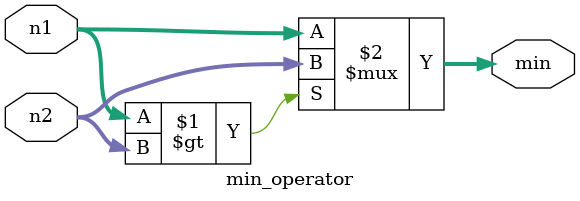
<source format=sv>
module top_module (
    input [7:0] a, b, c, d,
    output [7:0] min);//
    
    wire [7:0] intermediate1, intermediate2;
    
    min_operator min1 (.n1(a), .n2(b), .min(intermediate1));
    min_operator min2 (.n1(intermediate1), .n2(c), .min(intermediate2));
    min_operator min3 (.n1(intermediate2), .n2(d), .min(min));

endmodule

module min_operator(
    input [7:0] n1, n2,
    output [7:0] min
);
    
    assign min = n1 > n2? n2:n1;
    
endmodule
</source>
